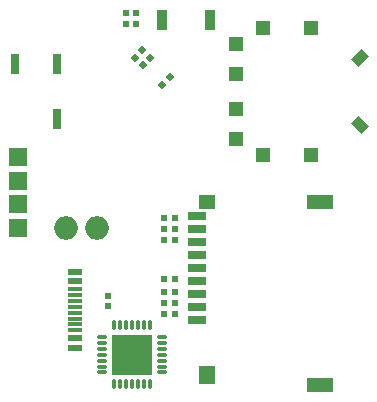
<source format=gbp>
G04*
G04 #@! TF.GenerationSoftware,Altium Limited,Altium Designer,20.1.10 (176)*
G04*
G04 Layer_Color=128*
%FSLAX25Y25*%
%MOIN*%
G70*
G04*
G04 #@! TF.SameCoordinates,F252A181-4E7B-4898-9581-9C64CF10C23C*
G04*
G04*
G04 #@! TF.FilePolarity,Positive*
G04*
G01*
G75*
%ADD15R,0.02000X0.02000*%
%ADD16R,0.02000X0.02000*%
%ADD21P,0.02828X4X270.0*%
%ADD80R,0.13780X0.13780*%
%ADD81O,0.01102X0.03527*%
%ADD82O,0.03526X0.01102*%
%ADD83O,0.03527X0.01102*%
%ADD84R,0.03543X0.06693*%
%ADD85R,0.04528X0.01181*%
%ADD86R,0.04528X0.02362*%
%ADD87R,0.05512X0.04724*%
%ADD88R,0.06299X0.02756*%
%ADD89R,0.08661X0.04724*%
%ADD90R,0.05512X0.06299*%
G04:AMPARAMS|DCode=91|XSize=33.47mil|YSize=47.24mil|CornerRadius=0mil|HoleSize=0mil|Usage=FLASHONLY|Rotation=315.000|XOffset=0mil|YOffset=0mil|HoleType=Round|Shape=Rectangle|*
%AMROTATEDRECTD91*
4,1,4,-0.02854,-0.00487,0.00487,0.02854,0.02854,0.00487,-0.00487,-0.02854,-0.02854,-0.00487,0.0*
%
%ADD91ROTATEDRECTD91*%

G04:AMPARAMS|DCode=92|XSize=33.47mil|YSize=47.24mil|CornerRadius=0mil|HoleSize=0mil|Usage=FLASHONLY|Rotation=45.000|XOffset=0mil|YOffset=0mil|HoleType=Round|Shape=Rectangle|*
%AMROTATEDRECTD92*
4,1,4,0.00487,-0.02854,-0.02854,0.00487,-0.00487,0.02854,0.02854,-0.00487,0.00487,-0.02854,0.0*
%
%ADD92ROTATEDRECTD92*%

%ADD93R,0.05118X0.04724*%
%ADD94R,0.04724X0.05118*%
%ADD95O,0.07874X0.07874*%
%ADD96R,0.05906X0.05906*%
%ADD97R,0.02756X0.06693*%
D15*
X29200Y36400D02*
D03*
X29200Y39943D02*
D03*
D16*
X38600Y130500D02*
D03*
X35057Y130500D02*
D03*
X51300Y62200D02*
D03*
X47757Y62200D02*
D03*
X51300Y58600D02*
D03*
X47757Y58600D02*
D03*
X51300Y41100D02*
D03*
X47757Y41100D02*
D03*
X51300Y37500D02*
D03*
X47757Y37500D02*
D03*
X51300Y33900D02*
D03*
X47757Y33900D02*
D03*
Y65826D02*
D03*
X51300Y65827D02*
D03*
X35057Y134100D02*
D03*
X38600Y134100D02*
D03*
X47757Y45400D02*
D03*
X51300Y45400D02*
D03*
D21*
X40634Y116744D02*
D03*
X43139Y119250D02*
D03*
X47184Y110194D02*
D03*
X49689Y112700D02*
D03*
X38000Y119300D02*
D03*
X40505Y121806D02*
D03*
D80*
X37127Y20258D02*
D03*
D81*
X31217Y10417D02*
D03*
X33187D02*
D03*
X35157D02*
D03*
X37127D02*
D03*
X39097Y10417D02*
D03*
X41067D02*
D03*
X43037D02*
D03*
X43037Y30102D02*
D03*
X41067D02*
D03*
X39097D02*
D03*
X37127D02*
D03*
X35157Y30102D02*
D03*
X33187D02*
D03*
X31217D02*
D03*
D82*
X46970Y14349D02*
D03*
Y16319D02*
D03*
Y18289D02*
D03*
Y20259D02*
D03*
Y22229D02*
D03*
Y24199D02*
D03*
Y26169D02*
D03*
D83*
X27284Y26169D02*
D03*
Y24199D02*
D03*
Y22229D02*
D03*
X27284Y20259D02*
D03*
Y18289D02*
D03*
Y16319D02*
D03*
Y14349D02*
D03*
D84*
X63198Y131958D02*
D03*
X47056D02*
D03*
D85*
X18236Y42153D02*
D03*
Y40185D02*
D03*
Y38217D02*
D03*
Y36248D02*
D03*
Y34280D02*
D03*
Y32311D02*
D03*
Y30343D02*
D03*
Y28374D02*
D03*
D86*
Y47862D02*
D03*
Y44713D02*
D03*
Y25815D02*
D03*
Y22665D02*
D03*
D87*
X62005Y71084D02*
D03*
D88*
X58776Y66360D02*
D03*
Y57698D02*
D03*
Y53368D02*
D03*
Y49037D02*
D03*
Y40376D02*
D03*
Y36045D02*
D03*
Y31714D02*
D03*
Y44706D02*
D03*
Y62029D02*
D03*
D89*
X99800Y10061D02*
D03*
Y71084D02*
D03*
D90*
X62005Y13604D02*
D03*
D91*
X113135Y119135D02*
D03*
D92*
Y96865D02*
D03*
D93*
X96882Y129260D02*
D03*
X80740D02*
D03*
Y86740D02*
D03*
X96882D02*
D03*
D94*
X71685Y123748D02*
D03*
Y113807D02*
D03*
Y102193D02*
D03*
Y92252D02*
D03*
D95*
X14998Y62400D02*
D03*
X25500D02*
D03*
D96*
X-929Y86094D02*
D03*
Y78220D02*
D03*
Y70346D02*
D03*
Y62472D02*
D03*
D97*
X-1763Y117013D02*
D03*
X12017Y117013D02*
D03*
Y98903D02*
D03*
M02*

</source>
